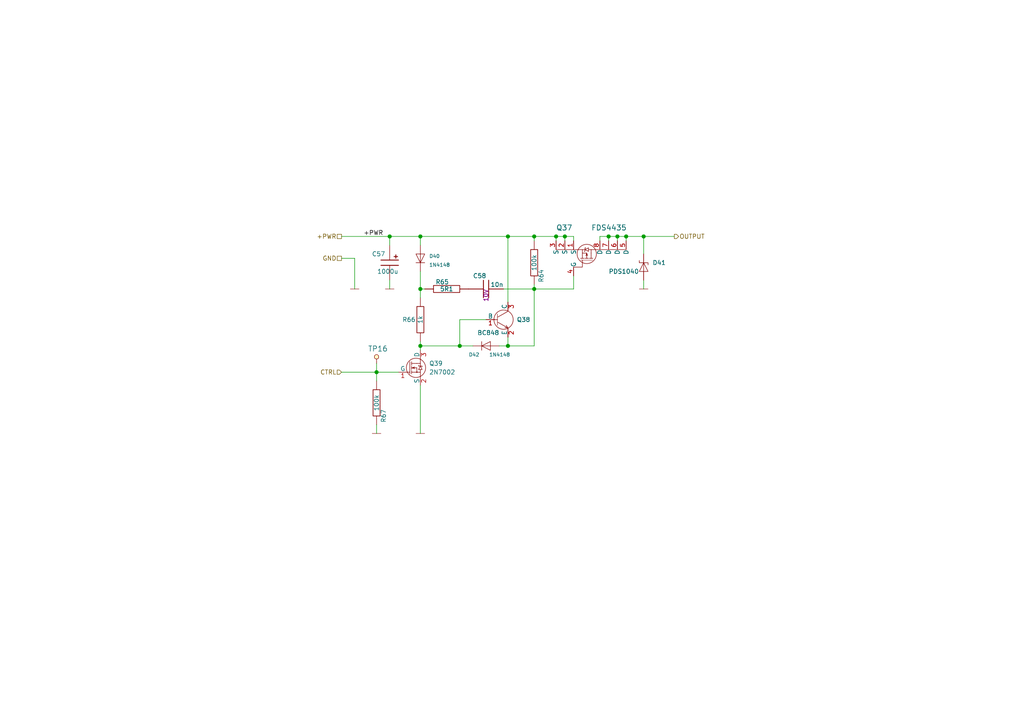
<source format=kicad_sch>
(kicad_sch (version 20210621) (generator eeschema)
  (paper "A4")
  (lib_symbols
    (symbol "Tittar_kl:C" (pin_numbers hide) (pin_names (offset 0.254))
      (property "Reference" "C" (at -2.54 -2.54 0))
      (property "Value" "C" (at -2.54 2.54 0))
      (property "Voltage" "10V" (at 0 0 0))
      (symbol "C_0_1"
        (polyline (pts (xy -2.54 -0.762) (xy 2.54 -0.762)) (stroke (width 0.254)))
        (polyline (pts (xy -2.54 0.762) (xy 2.54 0.762)) (stroke (width 0.254)))
      )
      (symbol "C_1_1"
        (pin passive line (at 0 5.08 270) (length 4.318) (name "~") (number "1"))
        (pin passive line (at 0 -5.08 90) (length 4.318) (name "~") (number "2"))
      )
    )
    (symbol "Tittar_kl:CP" (pin_numbers hide) (pin_names (offset 0.254))
      (property "Reference" "C" (at 1.27 2.54 0))
      (property "Value" "CP" (at 1.27 -2.54 0))
      (symbol "CP_0_1"
        (polyline (pts (xy -2.54 -0.762) (xy 2.54 -0.762)) (stroke (width 0.254)))
        (polyline (pts (xy -2.54 0.762) (xy 2.54 0.762)) (stroke (width 0.254)))
        (polyline (pts (xy -2.286 1.778) (xy -1.27 1.778) (xy -1.27 1.778)) (stroke (width 0.254)))
        (polyline (pts (xy -1.778 2.286) (xy -1.778 1.27) (xy -1.778 1.27)) (stroke (width 0.254)))
      )
      (symbol "CP_1_1"
        (pin passive line (at 0 5.08 270) (length 4.318) (name "~") (number "1"))
        (pin passive line (at 0 -5.08 90) (length 4.318) (name "~") (number "2"))
      )
    )
    (symbol "Tittar_kl:DIODE" (pin_numbers hide) (pin_names (offset 1.016) hide)
      (property "Reference" "D" (at 0 2.54 0))
      (property "Value" "DIODE" (at 0 -2.54 0))
      (symbol "DIODE_0_1"
        (polyline (pts (xy 1.27 1.27) (xy 1.27 -1.27)) (stroke (width 0.1524)))
        (polyline (pts (xy 1.27 0) (xy -1.27 -1.27) (xy -1.27 1.27) (xy 1.27 0) (xy -1.27 0)))
      )
      (symbol "DIODE_1_1"
        (pin passive line (at -3.81 0 0) (length 2.54) (name "~") (number "A"))
        (pin passive line (at 3.81 0 180) (length 2.54) (name "~") (number "C"))
      )
    )
    (symbol "Tittar_kl:D_Shottky" (pin_numbers hide) (pin_names (offset 1.016) hide)
      (property "Reference" "D" (at 0 2.54 0))
      (property "Value" "D_Shottky" (at 0 -2.54 0))
      (symbol "D_Shottky_0_1"
        (polyline (pts (xy 0.635 -1.27) (xy 1.27 -1.27) (xy 1.27 1.27) (xy 1.905 1.27) (xy 1.905 1.27)) (stroke (width 0.1524)))
        (polyline (pts (xy 1.27 0) (xy -1.27 -1.27) (xy -1.27 1.27) (xy 1.27 0) (xy -1.27 0)))
      )
      (symbol "D_Shottky_1_1"
        (pin passive line (at -3.81 0 0) (length 2.54) (name "~") (number "A"))
        (pin passive line (at 3.81 0 180) (length 2.54) (name "~") (number "C"))
      )
    )
    (symbol "Tittar_kl:R" (pin_numbers hide) (pin_names (offset 0))
      (property "Reference" "R" (at 2.032 -3.81 90))
      (property "Value" "R" (at 0 0 90))
      (symbol "R_0_1"
        (rectangle (start -1.016 3.81) (end 1.016 -3.81) (stroke (width 0.2032)))
      )
      (symbol "R_1_1"
        (pin passive line (at 0 6.35 270) (length 2.54) (name "~") (number "1"))
        (pin passive line (at 0 -6.35 90) (length 2.54) (name "~") (number "2"))
      )
    )
    (symbol "Transistors_kl:NPN" (pin_names (offset 0))
      (property "Reference" "Q" (at 5.08 1.27 0))
      (property "Value" "NPN" (at 6.35 -1.27 0))
      (symbol "NPN_0_1"
        (circle (center 0 0) (radius 2.794))
        (polyline (pts (xy -1.778 0) (xy -1.778 -1.651)) (stroke (width 0.127)))
        (polyline (pts (xy -1.778 0) (xy -2.794 0) (xy -2.794 0)))
        (polyline (pts (xy -1.778 0) (xy -1.778 1.651) (xy -1.778 1.651)) (stroke (width 0.127)))
        (polyline (pts (xy 1.27 -2.413) (xy -1.651 -0.762) (xy -1.651 -0.762)))
        (polyline (pts (xy 1.27 -2.413) (xy 0.381 -2.286) (xy 0.381 -2.286)))
        (polyline (pts (xy 1.27 -2.413) (xy 0.762 -1.651) (xy 0.762 -1.651)))
        (polyline (pts (xy 1.27 2.413) (xy -1.651 0.762) (xy -1.651 0.762)))
      )
      (symbol "NPN_1_1"
        (pin passive line (at -5.08 0 0) (length 2.54) (name "B") (number "1"))
        (pin passive line (at 1.27 -5.08 90) (length 2.54) (name "E") (number "2"))
        (pin passive line (at 1.27 5.08 270) (length 2.54) (name "C") (number "3"))
      )
    )
    (symbol "Transistors_kl:N_3PIN" (pin_names (offset 0))
      (property "Reference" "Q" (at 5.08 1.27 0))
      (property "Value" "N_3PIN" (at 10.16 -2.54 0))
      (symbol "N_3PIN_0_1"
        (circle (center 0 0) (radius 2.794))
        (circle (center 0.254 1.27) (radius 0.127))
        (polyline (pts (xy -1.778 1.778) (xy -1.778 -1.778)))
        (polyline (pts (xy 0.254 0) (xy 0.254 1.27)))
        (polyline (pts (xy 1.27 -1.27) (xy 0.254 -1.27)))
        (polyline (pts (xy -2.54 1.27) (xy -1.778 1.27) (xy -1.778 1.27)))
        (polyline (pts (xy -1.27 -1.27) (xy 0.254 -1.27) (xy 0.254 -1.27)))
        (polyline (pts (xy -1.27 -0.762) (xy -1.27 -1.778) (xy -1.27 -1.778)))
        (polyline (pts (xy -1.27 0) (xy 0.254 0) (xy 0.254 0)))
        (polyline (pts (xy -1.27 0.508) (xy -1.27 -0.508) (xy -1.27 -0.508)))
        (polyline (pts (xy -1.27 1.27) (xy 0.254 1.27) (xy 0.254 1.27)))
        (polyline (pts (xy -1.27 1.778) (xy -1.27 0.762) (xy -1.27 0.762)))
        (polyline (pts (xy 0.254 1.27) (xy 1.27 1.27) (xy 1.27 1.27)))
        (polyline (pts (xy 1.27 -1.27) (xy 1.27 -2.54) (xy 1.27 -2.54)))
        (polyline (pts (xy 1.27 -1.27) (xy 1.27 -0.508) (xy 1.27 -0.508)))
        (polyline (pts (xy 1.27 0.508) (xy 1.27 1.27) (xy 1.27 1.27)))
        (polyline (pts (xy 1.27 2.54) (xy 1.27 1.27) (xy 1.27 1.27)))
        (polyline (pts (xy -0.381 0.254) (xy -1.143 0) (xy -0.381 -0.254) (xy -0.381 -0.254)))
        (polyline (pts (xy 0.762 -0.762) (xy 0.762 -0.508) (xy 1.778 -0.508) (xy 1.778 -0.254) (xy 1.778 -0.254)))
        (polyline (pts (xy 0.762 0.508) (xy 1.778 0.508) (xy 1.27 -0.508) (xy 0.762 0.508) (xy 0.762 0.508)))
      )
      (symbol "N_3PIN_1_1"
        (pin passive line (at -5.08 1.27 0) (length 2.54) (name "G") (number "1"))
        (pin passive line (at 1.27 5.08 270) (length 2.54) (name "S") (number "2"))
        (pin passive line (at 1.27 -5.08 90) (length 2.54) (name "D") (number "3"))
      )
    )
    (symbol "Transistors_kl:P_8PIN" (pin_names (offset 0.0254))
      (property "Reference" "Q" (at 7.62 3.81 0))
      (property "Value" "P_8PIN" (at 8.89 1.27 0))
      (symbol "P_8PIN_0_1"
        (circle (center 0 0) (radius 2.794))
        (polyline (pts (xy -3.81 -3.81) (xy -3.81 -1.27) (xy -2.54 -1.27)))
        (polyline (pts (xy -2.54 -1.27) (xy -1.778 -1.27) (xy -1.778 -1.27)))
        (polyline (pts (xy -1.778 1.778) (xy -1.778 -1.778) (xy -1.778 -1.778)) (stroke (width 0.1016)))
        (polyline (pts (xy -1.27 -1.27) (xy 0.254 -1.27) (xy 0.254 -1.27)))
        (polyline (pts (xy -1.27 -0.762) (xy -1.27 -1.778) (xy -1.27 -1.778)))
        (polyline (pts (xy -1.27 0) (xy 0.254 0) (xy 0.254 0)))
        (polyline (pts (xy -1.27 0.508) (xy -1.27 -0.508) (xy -1.27 -0.508)))
        (polyline (pts (xy -1.27 1.27) (xy 0.254 1.27) (xy 0.254 1.27)))
        (polyline (pts (xy -1.27 1.778) (xy -1.27 0.762) (xy -1.27 0.762)))
        (polyline (pts (xy 1.27 -3.81) (xy 1.27 -8.89) (xy 1.27 -8.89)))
        (polyline (pts (xy 1.27 -1.27) (xy 1.27 -3.81) (xy 1.27 -3.81)))
        (polyline (pts (xy 1.27 1.27) (xy 1.27 3.81) (xy 1.27 3.81)))
        (polyline (pts (xy 1.27 3.81) (xy 1.27 11.43) (xy 1.27 11.43)))
        (polyline (pts (xy -0.508 0.254) (xy 0.254 0) (xy -0.508 -0.254) (xy -0.508 -0.254)))
        (polyline (pts (xy 0.254 1.27) (xy 1.27 1.27) (xy 1.27 0.508) (xy 1.27 0.508)))
        (polyline (pts (xy 0.254 0) (xy 0.254 -1.27) (xy 1.27 -1.27) (xy 1.27 -0.508) (xy 1.27 -0.508)))
        (polyline (pts (xy 0.762 -0.762) (xy 0.762 -0.508) (xy 1.778 -0.508) (xy 1.778 -0.254) (xy 1.778 -0.254)))
        (polyline (pts (xy 0.762 0.508) (xy 1.778 0.508) (xy 1.27 -0.508) (xy 0.762 0.508) (xy 0.762 0.508)))
      )
      (symbol "P_8PIN_1_1"
        (pin passive line (at 3.81 -3.81 180) (length 2.54) (name "S") (number "1"))
        (pin passive line (at 3.81 -6.35 180) (length 2.54) (name "S") (number "2"))
        (pin passive line (at 3.81 -8.89 180) (length 2.54) (name "S") (number "3"))
        (pin passive line (at -6.35 -3.81 0) (length 2.54) (name "G") (number "4"))
        (pin passive line (at 3.81 11.43 180) (length 2.54) (name "D") (number "5"))
        (pin passive line (at 3.81 8.89 180) (length 2.54) (name "D") (number "6"))
        (pin passive line (at 3.81 6.35 180) (length 2.54) (name "D") (number "7"))
        (pin passive line (at 3.81 3.81 180) (length 2.54) (name "D") (number "8"))
      )
    )
    (symbol "pcb_details:TESTPOINT" (pin_numbers hide) (pin_names (offset 1.016))
      (property "Reference" "TP" (at -5.715 0 0))
      (symbol "TESTPOINT_0_1"
        (circle (center -1.905 0) (radius 0.635) (fill (type background)))
      )
      (symbol "TESTPOINT_1_1"
        (pin passive line (at 0 0 180) (length 1.27) (name "~") (number "1"))
      )
    )
    (symbol "power:GND" (power) (pin_names (offset 0.254))
      (symbol "GND_0_1"
        (polyline (pts (xy -1.27 0) (xy 1.27 0)) (stroke (width 0.127)))
      )
      (symbol "GND_1_1"
        (pin power_in line (at 0 0 270) (length 0) hide (name "GND") (number "1"))
      )
    )
  )
  (junction (at 109.22 107.95) (diameter 1.016))
  (junction (at 113.03 68.58) (diameter 1.016))
  (junction (at 121.92 68.58) (diameter 1.016))
  (junction (at 121.92 83.82) (diameter 1.016))
  (junction (at 121.92 100.33) (diameter 1.016))
  (junction (at 133.35 100.33) (diameter 1.016))
  (junction (at 147.32 68.58) (diameter 1.016))
  (junction (at 147.32 100.33) (diameter 1.016))
  (junction (at 154.94 68.58) (diameter 1.016))
  (junction (at 154.94 83.82) (diameter 1.016))
  (junction (at 161.29 68.58) (diameter 1.016))
  (junction (at 163.83 68.58) (diameter 1.016))
  (junction (at 176.53 68.58) (diameter 1.016))
  (junction (at 179.07 68.58) (diameter 1.016))
  (junction (at 181.61 68.58) (diameter 1.016))
  (junction (at 186.69 68.58) (diameter 1.016))
  (wire (pts (xy 99.06 68.58) (xy 113.03 68.58)))
  (wire (pts (xy 99.06 107.95) (xy 109.22 107.95)))
  (wire (pts (xy 102.87 74.93) (xy 99.06 74.93)))
  (wire (pts (xy 102.87 74.93) (xy 102.87 83.82)))
  (wire (pts (xy 109.22 105.41) (xy 109.22 107.95)))
  (wire (pts (xy 109.22 107.95) (xy 109.22 110.49)))
  (wire (pts (xy 109.22 107.95) (xy 115.57 107.95)))
  (wire (pts (xy 109.22 123.19) (xy 109.22 125.73)))
  (wire (pts (xy 113.03 68.58) (xy 113.03 71.12)))
  (wire (pts (xy 113.03 68.58) (xy 121.92 68.58)))
  (wire (pts (xy 113.03 81.28) (xy 113.03 83.82)))
  (wire (pts (xy 121.92 68.58) (xy 121.92 71.12)))
  (wire (pts (xy 121.92 68.58) (xy 147.32 68.58)))
  (wire (pts (xy 121.92 78.74) (xy 121.92 83.82)))
  (wire (pts (xy 121.92 83.82) (xy 121.92 86.36)))
  (wire (pts (xy 121.92 83.82) (xy 123.19 83.82)))
  (wire (pts (xy 121.92 99.06) (xy 121.92 100.33)))
  (wire (pts (xy 121.92 100.33) (xy 121.92 101.6)))
  (wire (pts (xy 121.92 111.76) (xy 121.92 125.73)))
  (wire (pts (xy 133.35 92.71) (xy 133.35 100.33)))
  (wire (pts (xy 133.35 100.33) (xy 121.92 100.33)))
  (wire (pts (xy 133.35 100.33) (xy 137.16 100.33)))
  (wire (pts (xy 140.97 92.71) (xy 133.35 92.71)))
  (wire (pts (xy 144.78 100.33) (xy 147.32 100.33)))
  (wire (pts (xy 146.05 83.82) (xy 154.94 83.82)))
  (wire (pts (xy 147.32 68.58) (xy 147.32 87.63)))
  (wire (pts (xy 147.32 68.58) (xy 154.94 68.58)))
  (wire (pts (xy 147.32 100.33) (xy 147.32 97.79)))
  (wire (pts (xy 147.32 100.33) (xy 154.94 100.33)))
  (wire (pts (xy 154.94 68.58) (xy 154.94 69.85)))
  (wire (pts (xy 154.94 68.58) (xy 161.29 68.58)))
  (wire (pts (xy 154.94 82.55) (xy 154.94 83.82)))
  (wire (pts (xy 154.94 83.82) (xy 166.37 83.82)))
  (wire (pts (xy 154.94 100.33) (xy 154.94 83.82)))
  (wire (pts (xy 161.29 68.58) (xy 163.83 68.58)))
  (wire (pts (xy 161.29 69.85) (xy 161.29 68.58)))
  (wire (pts (xy 163.83 68.58) (xy 163.83 69.85)))
  (wire (pts (xy 163.83 68.58) (xy 166.37 68.58)))
  (wire (pts (xy 166.37 69.85) (xy 166.37 68.58)))
  (wire (pts (xy 166.37 80.01) (xy 166.37 83.82)))
  (wire (pts (xy 173.99 68.58) (xy 176.53 68.58)))
  (wire (pts (xy 173.99 69.85) (xy 173.99 68.58)))
  (wire (pts (xy 176.53 68.58) (xy 176.53 69.85)))
  (wire (pts (xy 176.53 68.58) (xy 179.07 68.58)))
  (wire (pts (xy 179.07 68.58) (xy 179.07 69.85)))
  (wire (pts (xy 179.07 68.58) (xy 181.61 68.58)))
  (wire (pts (xy 181.61 68.58) (xy 181.61 69.85)))
  (wire (pts (xy 181.61 68.58) (xy 186.69 68.58)))
  (wire (pts (xy 186.69 68.58) (xy 186.69 73.66)))
  (wire (pts (xy 186.69 68.58) (xy 195.58 68.58)))
  (wire (pts (xy 186.69 81.28) (xy 186.69 83.82)))
  (label "+PWR" (at 105.41 68.58 0))
  (hierarchical_label "+PWR" (shape passive) (at 99.06 68.58 180))
  (hierarchical_label "GND" (shape passive) (at 99.06 74.93 180))
  (hierarchical_label "CTRL" (shape input) (at 99.06 107.95 180))
  (hierarchical_label "OUTPUT" (shape output) (at 195.58 68.58 0))
  (symbol (lib_id "power:GND") (at 102.87 83.82 0)
    (property "Reference" "#PWR0172" (effects hide))
    (property "Value" "GND" (effects hide))
  )
  (symbol (lib_id "power:GND") (at 109.22 125.73 0)
    (property "Reference" "#PWR0175" (effects hide))
    (property "Value" "GND" (effects hide))
  )
  (symbol (lib_id "power:GND") (at 113.03 83.82 0)
    (property "Reference" "#PWR0173" (effects hide))
    (property "Value" "GND" (effects hide))
  )
  (symbol (lib_id "power:GND") (at 121.92 125.73 0)
    (property "Reference" "#PWR0176" (effects hide))
    (property "Value" "GND" (effects hide))
  )
  (symbol (lib_id "power:GND") (at 186.69 83.82 0)
    (property "Reference" "#PWR0174" (effects hide))
    (property "Value" "GND" (effects hide))
  )
  (symbol (lib_id "pcb_details:TESTPOINT") (at 109.22 105.41 270)
    (property "Reference" "TP16" (at 106.68 101.1555 90) (effects (font (size 1.524 1.524)) (justify left)))
    (property "Value" "TESTPOINT" (effects hide))
    (property "Footprint" "PCB:TESTPOINT_1MM" (effects hide))
    (property "Price" "0" (effects hide))
    (property "SolderPoints" "0" (effects hide))
    (property "DoNotBOM" "1" (effects hide))
  )
  (symbol (lib_id "Tittar_kl:DIODE") (at 121.92 74.93 270)
    (property "Reference" "D40" (at 124.46 74.295 90) (effects (font (size 1.016 1.016)) (justify left)))
    (property "Value" "1N4148" (at 124.46 76.835 90) (effects (font (size 1.016 1.016)) (justify left)))
    (property "Footprint" "Diodes:SOD80C" (effects hide))
    (property "SolderPoints" "2" (effects hide))
    (property "Price" "5" (effects hide))
  )
  (symbol (lib_id "Tittar_kl:DIODE") (at 140.97 100.33 0) (mirror y)
    (property "Reference" "D42" (at 139.065 102.87 0) (effects (font (size 1.016 1.016)) (justify left)))
    (property "Value" "1N4148" (at 147.955 102.87 0) (effects (font (size 1.016 1.016)) (justify left)))
    (property "Footprint" "Diodes:SOD80C" (effects hide))
    (property "SolderPoints" "2" (effects hide))
    (property "Price" "5" (effects hide))
  )
  (symbol (lib_id "Tittar_kl:D_Shottky") (at 186.69 77.47 90)
    (property "Reference" "D41" (at 189.23 76.1999 90) (effects (justify right)))
    (property "Value" "PDS1040" (at 176.53 78.7399 90) (effects (justify right)))
    (property "Footprint" "Diodes:PowerDI5" (effects hide))
    (property "Price" "5" (effects hide))
    (property "SolderPoints" "2" (effects hide))
    (property "PN" "PDS1040-13" (effects hide))
    (property "URL" "https://www.terraelectronica.ru/product/869580" (effects hide))
  )
  (symbol (lib_id "Tittar_kl:R") (at 109.22 116.84 0)
    (property "Reference" "R67" (at 111.252 120.65 90))
    (property "Value" "100k" (at 109.22 116.84 90))
    (property "Footprint" "Resistors:RES_0603" (effects hide))
    (property "Price" "0.5" (effects hide))
    (property "SolderPoints" "2" (effects hide))
    (property "Description" "1% resistor" (effects hide))
    (property "PN" "-" (effects hide))
    (property "Tolerance" "1%" (effects hide))
    (property "Type" "Resistor" (effects hide))
  )
  (symbol (lib_id "Tittar_kl:R") (at 121.92 92.71 180)
    (property "Reference" "R66" (at 118.618 92.71 0))
    (property "Value" "1k" (at 121.92 92.71 90))
    (property "Footprint" "Resistors:RES_0603" (effects hide))
    (property "Price" "0.5" (effects hide))
    (property "SolderPoints" "2" (effects hide))
    (property "Description" "1% resistor" (effects hide))
    (property "PN" "-" (effects hide))
    (property "Tolerance" "1%" (effects hide))
    (property "Type" "Resistor" (effects hide))
  )
  (symbol (lib_id "Tittar_kl:R") (at 129.54 83.82 90)
    (property "Reference" "R65" (at 128.27 81.788 90))
    (property "Value" "5R1" (at 129.54 83.82 90))
    (property "Footprint" "Resistors:RES_0603" (effects hide))
    (property "Price" "0.5" (effects hide))
    (property "SolderPoints" "2" (effects hide))
    (property "Description" "1% resistor" (effects hide))
    (property "PN" "-" (effects hide))
    (property "Tolerance" "1%" (effects hide))
    (property "Type" "Resistor" (effects hide))
  )
  (symbol (lib_id "Tittar_kl:R") (at 154.94 76.2 0)
    (property "Reference" "R64" (at 156.972 80.01 90))
    (property "Value" "100k" (at 154.94 76.2 90))
    (property "Footprint" "Resistors:RES_0603" (effects hide))
    (property "Price" "0.5" (effects hide))
    (property "SolderPoints" "2" (effects hide))
    (property "Description" "1% resistor" (effects hide))
    (property "PN" "-" (effects hide))
    (property "Tolerance" "1%" (effects hide))
    (property "Type" "Resistor" (effects hide))
  )
  (symbol (lib_id "Tittar_kl:CP") (at 113.03 76.2 0) (mirror y)
    (property "Reference" "C57" (at 111.76 73.66 0) (effects (justify left)))
    (property "Value" "1000u" (at 115.57 78.74 0) (effects (justify left)))
    (property "Footprint" "Capacitors:CAP_10xxR" (effects hide))
    (property "Price" "5.35" (effects hide))
    (property "SolderPointsDIP" "2" (effects hide))
    (property "Info" "1000u 16V" (effects hide))
  )
  (symbol (lib_id "Tittar_kl:C") (at 140.97 83.82 270)
    (property "Reference" "C58" (at 137.16 80.01 90) (effects (justify left)))
    (property "Value" "10n" (at 142.24 82.55 90) (effects (justify left)))
    (property "Footprint" "Capacitors:CAP_0603_Silks" (effects hide))
    (property "Price" "0.5" (effects hide))
    (property "SolderPoints" "2" (effects hide))
    (property "Description" "X5R or X7R capacitor, 6.3V or higher" (effects hide))
    (property "Type" "Capacitor SMD" (effects hide))
    (property "PN" "-" (effects hide))
    (property "Manufacturer" "-" (effects hide))
    (property "Dielectric" "X5R or X7R" (effects hide))
    (property "Tolerance" "20%" (effects hide))
    (property "Voltage" "10V" (at 140.97 83.82 0) (effects (justify left)))
  )
  (symbol (lib_id "Transistors_kl:N_3PIN") (at 120.65 106.68 0) (mirror x)
    (property "Reference" "Q39" (at 124.46 105.4099 0) (effects (justify left)))
    (property "Value" "2N7002" (at 124.46 107.9499 0) (effects (justify left)))
    (property "Footprint" "SOT:SOT23-3" (effects hide))
    (property "SolderPoints" "3" (effects hide))
  )
  (symbol (lib_id "Transistors_kl:NPN") (at 146.05 92.71 0)
    (property "Reference" "Q38" (at 149.86 92.7099 0) (effects (justify left)))
    (property "Value" "BC848" (at 138.43 96.5199 0) (effects (justify left)))
    (property "Footprint" "SOT:SOT23-3" (effects hide))
    (property "SolderPoints" "3" (effects hide))
  )
  (symbol (lib_id "Transistors_kl:P_8PIN") (at 170.18 73.66 270) (mirror x)
    (property "Reference" "Q37" (at 161.29 66.04 90) (effects (font (size 1.524 1.524)) (justify left)))
    (property "Value" "FDS4435" (at 171.45 66.04 90) (effects (font (size 1.524 1.524)) (justify left)))
    (property "Footprint" "SO_DIL_TSSOP:SO8_150MIL" (effects hide))
    (property "SolderPoints" "8" (effects hide))
    (property "PN" "FDS4435BZ" (effects hide))
    (property "URL" "https://www.terraelectronica.ru/product/343027" (effects hide))
  )
)
</source>
